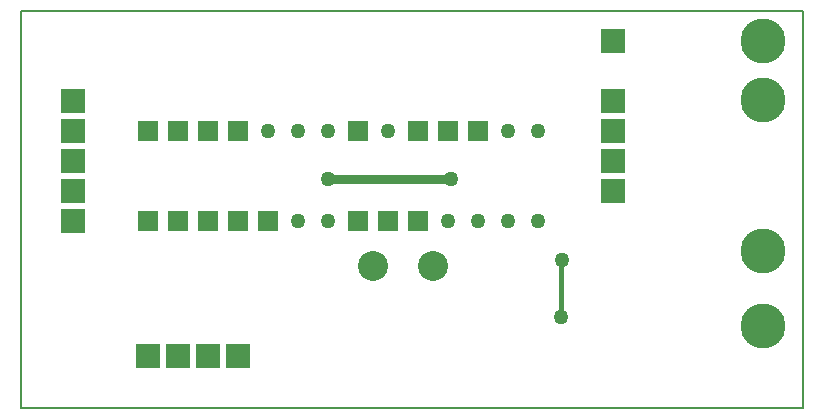
<source format=gbr>
G04 PROTEUS RS274X GERBER FILE*
%FSLAX45Y45*%
%MOMM*%
G01*
%ADD10C,0.381000*%
%ADD11C,0.762000*%
%ADD12C,0.762000*%
%ADD13C,1.270000*%
%ADD14R,2.032000X2.032000*%
%ADD15C,2.540000*%
%ADD16R,1.778000X1.778000*%
%ADD17C,3.810000*%
%ADD18C,0.203200*%
D10*
X+1467380Y+5536724D02*
X+1467380Y+6015804D01*
X+1469122Y+6017546D01*
D11*
X-510640Y+6698441D02*
X+530263Y+6698441D01*
X+531044Y+6699222D01*
D12*
X+531044Y+6699222D03*
D13*
X+1469122Y+6017546D03*
X+1467380Y+5536724D03*
X+530263Y+6698441D03*
X-510640Y+6698441D03*
D14*
X-2667000Y+6350000D03*
X-2667000Y+6604000D03*
X-2667000Y+6858000D03*
X-2667000Y+7112000D03*
X-2667000Y+7366000D03*
X+1905000Y+6604000D03*
X+1905000Y+6858000D03*
X+1905000Y+7366000D03*
X+1905000Y+7112000D03*
D15*
X-127000Y+5969000D03*
X+381000Y+5969000D03*
D16*
X-2032000Y+6350000D03*
X-1778000Y+6350000D03*
X-1524000Y+6350000D03*
X-1270000Y+6350000D03*
X-1016000Y+6350000D03*
D13*
X-762000Y+6350000D03*
X-508000Y+6350000D03*
D16*
X-254000Y+6350000D03*
X+0Y+6350000D03*
X+254000Y+6350000D03*
D13*
X+508000Y+6350000D03*
X+762000Y+6350000D03*
X+1016000Y+6350000D03*
X+1270000Y+6350000D03*
X+1270000Y+7112000D03*
X+1016000Y+7112000D03*
D16*
X+762000Y+7112000D03*
X+508000Y+7112000D03*
X+254000Y+7112000D03*
D13*
X+0Y+7112000D03*
D16*
X-254000Y+7112000D03*
D13*
X-508000Y+7112000D03*
X-762000Y+7112000D03*
X-1016000Y+7112000D03*
D16*
X-1270000Y+7112000D03*
X-1524000Y+7112000D03*
X-1778000Y+7112000D03*
X-2030000Y+7112000D03*
D14*
X-1778000Y+5207000D03*
X-1524000Y+5207000D03*
X-1270000Y+5207000D03*
X+1905000Y+7874000D03*
X-2032000Y+5207000D03*
D17*
X+3175000Y+7374000D03*
X+3175000Y+7874000D03*
X+3175000Y+6096000D03*
X+3175000Y+5461000D03*
D18*
X-3108960Y+4765040D02*
X+3512000Y+4765040D01*
X+3512000Y+8128000D01*
X-3108960Y+8128000D01*
X-3108960Y+4765040D01*
M02*

</source>
